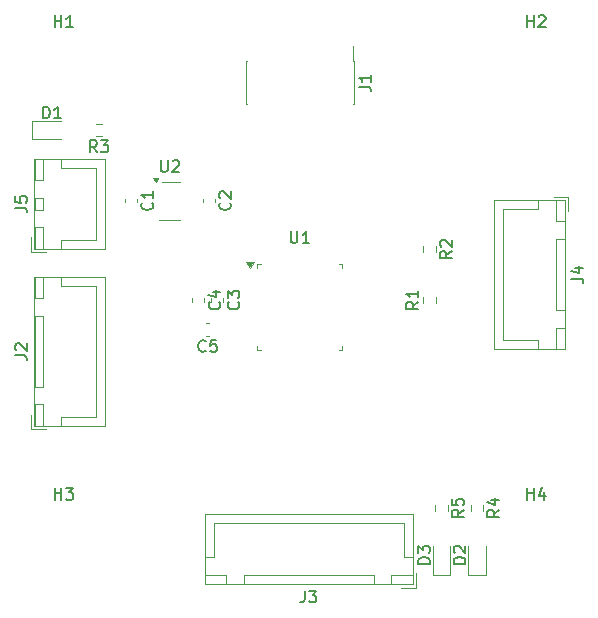
<source format=gbr>
%TF.GenerationSoftware,KiCad,Pcbnew,9.0.7*%
%TF.CreationDate,2026-02-11T09:42:12+01:00*%
%TF.ProjectId,3DN_td_kicad,33444e5f-7464-45f6-9b69-6361642e6b69,1.0*%
%TF.SameCoordinates,Original*%
%TF.FileFunction,Legend,Top*%
%TF.FilePolarity,Positive*%
%FSLAX46Y46*%
G04 Gerber Fmt 4.6, Leading zero omitted, Abs format (unit mm)*
G04 Created by KiCad (PCBNEW 9.0.7) date 2026-02-11 09:42:12*
%MOMM*%
%LPD*%
G01*
G04 APERTURE LIST*
%ADD10C,0.150000*%
%ADD11C,0.120000*%
G04 APERTURE END LIST*
D10*
X108238095Y-107554819D02*
X108238095Y-108364342D01*
X108238095Y-108364342D02*
X108285714Y-108459580D01*
X108285714Y-108459580D02*
X108333333Y-108507200D01*
X108333333Y-108507200D02*
X108428571Y-108554819D01*
X108428571Y-108554819D02*
X108619047Y-108554819D01*
X108619047Y-108554819D02*
X108714285Y-108507200D01*
X108714285Y-108507200D02*
X108761904Y-108459580D01*
X108761904Y-108459580D02*
X108809523Y-108364342D01*
X108809523Y-108364342D02*
X108809523Y-107554819D01*
X109238095Y-107650057D02*
X109285714Y-107602438D01*
X109285714Y-107602438D02*
X109380952Y-107554819D01*
X109380952Y-107554819D02*
X109619047Y-107554819D01*
X109619047Y-107554819D02*
X109714285Y-107602438D01*
X109714285Y-107602438D02*
X109761904Y-107650057D01*
X109761904Y-107650057D02*
X109809523Y-107745295D01*
X109809523Y-107745295D02*
X109809523Y-107840533D01*
X109809523Y-107840533D02*
X109761904Y-107983390D01*
X109761904Y-107983390D02*
X109190476Y-108554819D01*
X109190476Y-108554819D02*
X109809523Y-108554819D01*
X119238095Y-113574819D02*
X119238095Y-114384342D01*
X119238095Y-114384342D02*
X119285714Y-114479580D01*
X119285714Y-114479580D02*
X119333333Y-114527200D01*
X119333333Y-114527200D02*
X119428571Y-114574819D01*
X119428571Y-114574819D02*
X119619047Y-114574819D01*
X119619047Y-114574819D02*
X119714285Y-114527200D01*
X119714285Y-114527200D02*
X119761904Y-114479580D01*
X119761904Y-114479580D02*
X119809523Y-114384342D01*
X119809523Y-114384342D02*
X119809523Y-113574819D01*
X120809523Y-114574819D02*
X120238095Y-114574819D01*
X120523809Y-114574819D02*
X120523809Y-113574819D01*
X120523809Y-113574819D02*
X120428571Y-113717676D01*
X120428571Y-113717676D02*
X120333333Y-113812914D01*
X120333333Y-113812914D02*
X120238095Y-113860533D01*
X133884819Y-137166666D02*
X133408628Y-137499999D01*
X133884819Y-137738094D02*
X132884819Y-137738094D01*
X132884819Y-137738094D02*
X132884819Y-137357142D01*
X132884819Y-137357142D02*
X132932438Y-137261904D01*
X132932438Y-137261904D02*
X132980057Y-137214285D01*
X132980057Y-137214285D02*
X133075295Y-137166666D01*
X133075295Y-137166666D02*
X133218152Y-137166666D01*
X133218152Y-137166666D02*
X133313390Y-137214285D01*
X133313390Y-137214285D02*
X133361009Y-137261904D01*
X133361009Y-137261904D02*
X133408628Y-137357142D01*
X133408628Y-137357142D02*
X133408628Y-137738094D01*
X132884819Y-136261904D02*
X132884819Y-136738094D01*
X132884819Y-136738094D02*
X133361009Y-136785713D01*
X133361009Y-136785713D02*
X133313390Y-136738094D01*
X133313390Y-136738094D02*
X133265771Y-136642856D01*
X133265771Y-136642856D02*
X133265771Y-136404761D01*
X133265771Y-136404761D02*
X133313390Y-136309523D01*
X133313390Y-136309523D02*
X133361009Y-136261904D01*
X133361009Y-136261904D02*
X133456247Y-136214285D01*
X133456247Y-136214285D02*
X133694342Y-136214285D01*
X133694342Y-136214285D02*
X133789580Y-136261904D01*
X133789580Y-136261904D02*
X133837200Y-136309523D01*
X133837200Y-136309523D02*
X133884819Y-136404761D01*
X133884819Y-136404761D02*
X133884819Y-136642856D01*
X133884819Y-136642856D02*
X133837200Y-136738094D01*
X133837200Y-136738094D02*
X133789580Y-136785713D01*
X136884819Y-137166666D02*
X136408628Y-137499999D01*
X136884819Y-137738094D02*
X135884819Y-137738094D01*
X135884819Y-137738094D02*
X135884819Y-137357142D01*
X135884819Y-137357142D02*
X135932438Y-137261904D01*
X135932438Y-137261904D02*
X135980057Y-137214285D01*
X135980057Y-137214285D02*
X136075295Y-137166666D01*
X136075295Y-137166666D02*
X136218152Y-137166666D01*
X136218152Y-137166666D02*
X136313390Y-137214285D01*
X136313390Y-137214285D02*
X136361009Y-137261904D01*
X136361009Y-137261904D02*
X136408628Y-137357142D01*
X136408628Y-137357142D02*
X136408628Y-137738094D01*
X136218152Y-136309523D02*
X136884819Y-136309523D01*
X135837200Y-136547618D02*
X136551485Y-136785713D01*
X136551485Y-136785713D02*
X136551485Y-136166666D01*
X102833333Y-106884819D02*
X102500000Y-106408628D01*
X102261905Y-106884819D02*
X102261905Y-105884819D01*
X102261905Y-105884819D02*
X102642857Y-105884819D01*
X102642857Y-105884819D02*
X102738095Y-105932438D01*
X102738095Y-105932438D02*
X102785714Y-105980057D01*
X102785714Y-105980057D02*
X102833333Y-106075295D01*
X102833333Y-106075295D02*
X102833333Y-106218152D01*
X102833333Y-106218152D02*
X102785714Y-106313390D01*
X102785714Y-106313390D02*
X102738095Y-106361009D01*
X102738095Y-106361009D02*
X102642857Y-106408628D01*
X102642857Y-106408628D02*
X102261905Y-106408628D01*
X103166667Y-105884819D02*
X103785714Y-105884819D01*
X103785714Y-105884819D02*
X103452381Y-106265771D01*
X103452381Y-106265771D02*
X103595238Y-106265771D01*
X103595238Y-106265771D02*
X103690476Y-106313390D01*
X103690476Y-106313390D02*
X103738095Y-106361009D01*
X103738095Y-106361009D02*
X103785714Y-106456247D01*
X103785714Y-106456247D02*
X103785714Y-106694342D01*
X103785714Y-106694342D02*
X103738095Y-106789580D01*
X103738095Y-106789580D02*
X103690476Y-106837200D01*
X103690476Y-106837200D02*
X103595238Y-106884819D01*
X103595238Y-106884819D02*
X103309524Y-106884819D01*
X103309524Y-106884819D02*
X103214286Y-106837200D01*
X103214286Y-106837200D02*
X103166667Y-106789580D01*
X132884819Y-115266666D02*
X132408628Y-115599999D01*
X132884819Y-115838094D02*
X131884819Y-115838094D01*
X131884819Y-115838094D02*
X131884819Y-115457142D01*
X131884819Y-115457142D02*
X131932438Y-115361904D01*
X131932438Y-115361904D02*
X131980057Y-115314285D01*
X131980057Y-115314285D02*
X132075295Y-115266666D01*
X132075295Y-115266666D02*
X132218152Y-115266666D01*
X132218152Y-115266666D02*
X132313390Y-115314285D01*
X132313390Y-115314285D02*
X132361009Y-115361904D01*
X132361009Y-115361904D02*
X132408628Y-115457142D01*
X132408628Y-115457142D02*
X132408628Y-115838094D01*
X131980057Y-114885713D02*
X131932438Y-114838094D01*
X131932438Y-114838094D02*
X131884819Y-114742856D01*
X131884819Y-114742856D02*
X131884819Y-114504761D01*
X131884819Y-114504761D02*
X131932438Y-114409523D01*
X131932438Y-114409523D02*
X131980057Y-114361904D01*
X131980057Y-114361904D02*
X132075295Y-114314285D01*
X132075295Y-114314285D02*
X132170533Y-114314285D01*
X132170533Y-114314285D02*
X132313390Y-114361904D01*
X132313390Y-114361904D02*
X132884819Y-114933332D01*
X132884819Y-114933332D02*
X132884819Y-114314285D01*
X130024819Y-119566666D02*
X129548628Y-119899999D01*
X130024819Y-120138094D02*
X129024819Y-120138094D01*
X129024819Y-120138094D02*
X129024819Y-119757142D01*
X129024819Y-119757142D02*
X129072438Y-119661904D01*
X129072438Y-119661904D02*
X129120057Y-119614285D01*
X129120057Y-119614285D02*
X129215295Y-119566666D01*
X129215295Y-119566666D02*
X129358152Y-119566666D01*
X129358152Y-119566666D02*
X129453390Y-119614285D01*
X129453390Y-119614285D02*
X129501009Y-119661904D01*
X129501009Y-119661904D02*
X129548628Y-119757142D01*
X129548628Y-119757142D02*
X129548628Y-120138094D01*
X130024819Y-118614285D02*
X130024819Y-119185713D01*
X130024819Y-118899999D02*
X129024819Y-118899999D01*
X129024819Y-118899999D02*
X129167676Y-118995237D01*
X129167676Y-118995237D02*
X129262914Y-119090475D01*
X129262914Y-119090475D02*
X129310533Y-119185713D01*
X95904819Y-111583333D02*
X96619104Y-111583333D01*
X96619104Y-111583333D02*
X96761961Y-111630952D01*
X96761961Y-111630952D02*
X96857200Y-111726190D01*
X96857200Y-111726190D02*
X96904819Y-111869047D01*
X96904819Y-111869047D02*
X96904819Y-111964285D01*
X95904819Y-110630952D02*
X95904819Y-111107142D01*
X95904819Y-111107142D02*
X96381009Y-111154761D01*
X96381009Y-111154761D02*
X96333390Y-111107142D01*
X96333390Y-111107142D02*
X96285771Y-111011904D01*
X96285771Y-111011904D02*
X96285771Y-110773809D01*
X96285771Y-110773809D02*
X96333390Y-110678571D01*
X96333390Y-110678571D02*
X96381009Y-110630952D01*
X96381009Y-110630952D02*
X96476247Y-110583333D01*
X96476247Y-110583333D02*
X96714342Y-110583333D01*
X96714342Y-110583333D02*
X96809580Y-110630952D01*
X96809580Y-110630952D02*
X96857200Y-110678571D01*
X96857200Y-110678571D02*
X96904819Y-110773809D01*
X96904819Y-110773809D02*
X96904819Y-111011904D01*
X96904819Y-111011904D02*
X96857200Y-111107142D01*
X96857200Y-111107142D02*
X96809580Y-111154761D01*
X143004819Y-117583333D02*
X143719104Y-117583333D01*
X143719104Y-117583333D02*
X143861961Y-117630952D01*
X143861961Y-117630952D02*
X143957200Y-117726190D01*
X143957200Y-117726190D02*
X144004819Y-117869047D01*
X144004819Y-117869047D02*
X144004819Y-117964285D01*
X143338152Y-116678571D02*
X144004819Y-116678571D01*
X142957200Y-116916666D02*
X143671485Y-117154761D01*
X143671485Y-117154761D02*
X143671485Y-116535714D01*
X120416666Y-144004819D02*
X120416666Y-144719104D01*
X120416666Y-144719104D02*
X120369047Y-144861961D01*
X120369047Y-144861961D02*
X120273809Y-144957200D01*
X120273809Y-144957200D02*
X120130952Y-145004819D01*
X120130952Y-145004819D02*
X120035714Y-145004819D01*
X120797619Y-144004819D02*
X121416666Y-144004819D01*
X121416666Y-144004819D02*
X121083333Y-144385771D01*
X121083333Y-144385771D02*
X121226190Y-144385771D01*
X121226190Y-144385771D02*
X121321428Y-144433390D01*
X121321428Y-144433390D02*
X121369047Y-144481009D01*
X121369047Y-144481009D02*
X121416666Y-144576247D01*
X121416666Y-144576247D02*
X121416666Y-144814342D01*
X121416666Y-144814342D02*
X121369047Y-144909580D01*
X121369047Y-144909580D02*
X121321428Y-144957200D01*
X121321428Y-144957200D02*
X121226190Y-145004819D01*
X121226190Y-145004819D02*
X120940476Y-145004819D01*
X120940476Y-145004819D02*
X120845238Y-144957200D01*
X120845238Y-144957200D02*
X120797619Y-144909580D01*
X95904819Y-124083333D02*
X96619104Y-124083333D01*
X96619104Y-124083333D02*
X96761961Y-124130952D01*
X96761961Y-124130952D02*
X96857200Y-124226190D01*
X96857200Y-124226190D02*
X96904819Y-124369047D01*
X96904819Y-124369047D02*
X96904819Y-124464285D01*
X96000057Y-123654761D02*
X95952438Y-123607142D01*
X95952438Y-123607142D02*
X95904819Y-123511904D01*
X95904819Y-123511904D02*
X95904819Y-123273809D01*
X95904819Y-123273809D02*
X95952438Y-123178571D01*
X95952438Y-123178571D02*
X96000057Y-123130952D01*
X96000057Y-123130952D02*
X96095295Y-123083333D01*
X96095295Y-123083333D02*
X96190533Y-123083333D01*
X96190533Y-123083333D02*
X96333390Y-123130952D01*
X96333390Y-123130952D02*
X96904819Y-123702380D01*
X96904819Y-123702380D02*
X96904819Y-123083333D01*
X125009819Y-101333333D02*
X125724104Y-101333333D01*
X125724104Y-101333333D02*
X125866961Y-101380952D01*
X125866961Y-101380952D02*
X125962200Y-101476190D01*
X125962200Y-101476190D02*
X126009819Y-101619047D01*
X126009819Y-101619047D02*
X126009819Y-101714285D01*
X126009819Y-100333333D02*
X126009819Y-100904761D01*
X126009819Y-100619047D02*
X125009819Y-100619047D01*
X125009819Y-100619047D02*
X125152676Y-100714285D01*
X125152676Y-100714285D02*
X125247914Y-100809523D01*
X125247914Y-100809523D02*
X125295533Y-100904761D01*
X139238095Y-136304819D02*
X139238095Y-135304819D01*
X139238095Y-135781009D02*
X139809523Y-135781009D01*
X139809523Y-136304819D02*
X139809523Y-135304819D01*
X140714285Y-135638152D02*
X140714285Y-136304819D01*
X140476190Y-135257200D02*
X140238095Y-135971485D01*
X140238095Y-135971485D02*
X140857142Y-135971485D01*
X99238095Y-136304819D02*
X99238095Y-135304819D01*
X99238095Y-135781009D02*
X99809523Y-135781009D01*
X99809523Y-136304819D02*
X99809523Y-135304819D01*
X100190476Y-135304819D02*
X100809523Y-135304819D01*
X100809523Y-135304819D02*
X100476190Y-135685771D01*
X100476190Y-135685771D02*
X100619047Y-135685771D01*
X100619047Y-135685771D02*
X100714285Y-135733390D01*
X100714285Y-135733390D02*
X100761904Y-135781009D01*
X100761904Y-135781009D02*
X100809523Y-135876247D01*
X100809523Y-135876247D02*
X100809523Y-136114342D01*
X100809523Y-136114342D02*
X100761904Y-136209580D01*
X100761904Y-136209580D02*
X100714285Y-136257200D01*
X100714285Y-136257200D02*
X100619047Y-136304819D01*
X100619047Y-136304819D02*
X100333333Y-136304819D01*
X100333333Y-136304819D02*
X100238095Y-136257200D01*
X100238095Y-136257200D02*
X100190476Y-136209580D01*
X139238095Y-96304819D02*
X139238095Y-95304819D01*
X139238095Y-95781009D02*
X139809523Y-95781009D01*
X139809523Y-96304819D02*
X139809523Y-95304819D01*
X140238095Y-95400057D02*
X140285714Y-95352438D01*
X140285714Y-95352438D02*
X140380952Y-95304819D01*
X140380952Y-95304819D02*
X140619047Y-95304819D01*
X140619047Y-95304819D02*
X140714285Y-95352438D01*
X140714285Y-95352438D02*
X140761904Y-95400057D01*
X140761904Y-95400057D02*
X140809523Y-95495295D01*
X140809523Y-95495295D02*
X140809523Y-95590533D01*
X140809523Y-95590533D02*
X140761904Y-95733390D01*
X140761904Y-95733390D02*
X140190476Y-96304819D01*
X140190476Y-96304819D02*
X140809523Y-96304819D01*
X99238095Y-96304819D02*
X99238095Y-95304819D01*
X99238095Y-95781009D02*
X99809523Y-95781009D01*
X99809523Y-96304819D02*
X99809523Y-95304819D01*
X100809523Y-96304819D02*
X100238095Y-96304819D01*
X100523809Y-96304819D02*
X100523809Y-95304819D01*
X100523809Y-95304819D02*
X100428571Y-95447676D01*
X100428571Y-95447676D02*
X100333333Y-95542914D01*
X100333333Y-95542914D02*
X100238095Y-95590533D01*
X131024819Y-141738094D02*
X130024819Y-141738094D01*
X130024819Y-141738094D02*
X130024819Y-141499999D01*
X130024819Y-141499999D02*
X130072438Y-141357142D01*
X130072438Y-141357142D02*
X130167676Y-141261904D01*
X130167676Y-141261904D02*
X130262914Y-141214285D01*
X130262914Y-141214285D02*
X130453390Y-141166666D01*
X130453390Y-141166666D02*
X130596247Y-141166666D01*
X130596247Y-141166666D02*
X130786723Y-141214285D01*
X130786723Y-141214285D02*
X130881961Y-141261904D01*
X130881961Y-141261904D02*
X130977200Y-141357142D01*
X130977200Y-141357142D02*
X131024819Y-141499999D01*
X131024819Y-141499999D02*
X131024819Y-141738094D01*
X130024819Y-140833332D02*
X130024819Y-140214285D01*
X130024819Y-140214285D02*
X130405771Y-140547618D01*
X130405771Y-140547618D02*
X130405771Y-140404761D01*
X130405771Y-140404761D02*
X130453390Y-140309523D01*
X130453390Y-140309523D02*
X130501009Y-140261904D01*
X130501009Y-140261904D02*
X130596247Y-140214285D01*
X130596247Y-140214285D02*
X130834342Y-140214285D01*
X130834342Y-140214285D02*
X130929580Y-140261904D01*
X130929580Y-140261904D02*
X130977200Y-140309523D01*
X130977200Y-140309523D02*
X131024819Y-140404761D01*
X131024819Y-140404761D02*
X131024819Y-140690475D01*
X131024819Y-140690475D02*
X130977200Y-140785713D01*
X130977200Y-140785713D02*
X130929580Y-140833332D01*
X134024819Y-141738094D02*
X133024819Y-141738094D01*
X133024819Y-141738094D02*
X133024819Y-141499999D01*
X133024819Y-141499999D02*
X133072438Y-141357142D01*
X133072438Y-141357142D02*
X133167676Y-141261904D01*
X133167676Y-141261904D02*
X133262914Y-141214285D01*
X133262914Y-141214285D02*
X133453390Y-141166666D01*
X133453390Y-141166666D02*
X133596247Y-141166666D01*
X133596247Y-141166666D02*
X133786723Y-141214285D01*
X133786723Y-141214285D02*
X133881961Y-141261904D01*
X133881961Y-141261904D02*
X133977200Y-141357142D01*
X133977200Y-141357142D02*
X134024819Y-141499999D01*
X134024819Y-141499999D02*
X134024819Y-141738094D01*
X133120057Y-140785713D02*
X133072438Y-140738094D01*
X133072438Y-140738094D02*
X133024819Y-140642856D01*
X133024819Y-140642856D02*
X133024819Y-140404761D01*
X133024819Y-140404761D02*
X133072438Y-140309523D01*
X133072438Y-140309523D02*
X133120057Y-140261904D01*
X133120057Y-140261904D02*
X133215295Y-140214285D01*
X133215295Y-140214285D02*
X133310533Y-140214285D01*
X133310533Y-140214285D02*
X133453390Y-140261904D01*
X133453390Y-140261904D02*
X134024819Y-140833332D01*
X134024819Y-140833332D02*
X134024819Y-140214285D01*
X98261905Y-104024819D02*
X98261905Y-103024819D01*
X98261905Y-103024819D02*
X98500000Y-103024819D01*
X98500000Y-103024819D02*
X98642857Y-103072438D01*
X98642857Y-103072438D02*
X98738095Y-103167676D01*
X98738095Y-103167676D02*
X98785714Y-103262914D01*
X98785714Y-103262914D02*
X98833333Y-103453390D01*
X98833333Y-103453390D02*
X98833333Y-103596247D01*
X98833333Y-103596247D02*
X98785714Y-103786723D01*
X98785714Y-103786723D02*
X98738095Y-103881961D01*
X98738095Y-103881961D02*
X98642857Y-103977200D01*
X98642857Y-103977200D02*
X98500000Y-104024819D01*
X98500000Y-104024819D02*
X98261905Y-104024819D01*
X99785714Y-104024819D02*
X99214286Y-104024819D01*
X99500000Y-104024819D02*
X99500000Y-103024819D01*
X99500000Y-103024819D02*
X99404762Y-103167676D01*
X99404762Y-103167676D02*
X99309524Y-103262914D01*
X99309524Y-103262914D02*
X99214286Y-103310533D01*
X112033333Y-123689580D02*
X111985714Y-123737200D01*
X111985714Y-123737200D02*
X111842857Y-123784819D01*
X111842857Y-123784819D02*
X111747619Y-123784819D01*
X111747619Y-123784819D02*
X111604762Y-123737200D01*
X111604762Y-123737200D02*
X111509524Y-123641961D01*
X111509524Y-123641961D02*
X111461905Y-123546723D01*
X111461905Y-123546723D02*
X111414286Y-123356247D01*
X111414286Y-123356247D02*
X111414286Y-123213390D01*
X111414286Y-123213390D02*
X111461905Y-123022914D01*
X111461905Y-123022914D02*
X111509524Y-122927676D01*
X111509524Y-122927676D02*
X111604762Y-122832438D01*
X111604762Y-122832438D02*
X111747619Y-122784819D01*
X111747619Y-122784819D02*
X111842857Y-122784819D01*
X111842857Y-122784819D02*
X111985714Y-122832438D01*
X111985714Y-122832438D02*
X112033333Y-122880057D01*
X112938095Y-122784819D02*
X112461905Y-122784819D01*
X112461905Y-122784819D02*
X112414286Y-123261009D01*
X112414286Y-123261009D02*
X112461905Y-123213390D01*
X112461905Y-123213390D02*
X112557143Y-123165771D01*
X112557143Y-123165771D02*
X112795238Y-123165771D01*
X112795238Y-123165771D02*
X112890476Y-123213390D01*
X112890476Y-123213390D02*
X112938095Y-123261009D01*
X112938095Y-123261009D02*
X112985714Y-123356247D01*
X112985714Y-123356247D02*
X112985714Y-123594342D01*
X112985714Y-123594342D02*
X112938095Y-123689580D01*
X112938095Y-123689580D02*
X112890476Y-123737200D01*
X112890476Y-123737200D02*
X112795238Y-123784819D01*
X112795238Y-123784819D02*
X112557143Y-123784819D01*
X112557143Y-123784819D02*
X112461905Y-123737200D01*
X112461905Y-123737200D02*
X112414286Y-123689580D01*
X113189580Y-119566666D02*
X113237200Y-119614285D01*
X113237200Y-119614285D02*
X113284819Y-119757142D01*
X113284819Y-119757142D02*
X113284819Y-119852380D01*
X113284819Y-119852380D02*
X113237200Y-119995237D01*
X113237200Y-119995237D02*
X113141961Y-120090475D01*
X113141961Y-120090475D02*
X113046723Y-120138094D01*
X113046723Y-120138094D02*
X112856247Y-120185713D01*
X112856247Y-120185713D02*
X112713390Y-120185713D01*
X112713390Y-120185713D02*
X112522914Y-120138094D01*
X112522914Y-120138094D02*
X112427676Y-120090475D01*
X112427676Y-120090475D02*
X112332438Y-119995237D01*
X112332438Y-119995237D02*
X112284819Y-119852380D01*
X112284819Y-119852380D02*
X112284819Y-119757142D01*
X112284819Y-119757142D02*
X112332438Y-119614285D01*
X112332438Y-119614285D02*
X112380057Y-119566666D01*
X112618152Y-118709523D02*
X113284819Y-118709523D01*
X112237200Y-118947618D02*
X112951485Y-119185713D01*
X112951485Y-119185713D02*
X112951485Y-118566666D01*
X114789580Y-119566666D02*
X114837200Y-119614285D01*
X114837200Y-119614285D02*
X114884819Y-119757142D01*
X114884819Y-119757142D02*
X114884819Y-119852380D01*
X114884819Y-119852380D02*
X114837200Y-119995237D01*
X114837200Y-119995237D02*
X114741961Y-120090475D01*
X114741961Y-120090475D02*
X114646723Y-120138094D01*
X114646723Y-120138094D02*
X114456247Y-120185713D01*
X114456247Y-120185713D02*
X114313390Y-120185713D01*
X114313390Y-120185713D02*
X114122914Y-120138094D01*
X114122914Y-120138094D02*
X114027676Y-120090475D01*
X114027676Y-120090475D02*
X113932438Y-119995237D01*
X113932438Y-119995237D02*
X113884819Y-119852380D01*
X113884819Y-119852380D02*
X113884819Y-119757142D01*
X113884819Y-119757142D02*
X113932438Y-119614285D01*
X113932438Y-119614285D02*
X113980057Y-119566666D01*
X113884819Y-119233332D02*
X113884819Y-118614285D01*
X113884819Y-118614285D02*
X114265771Y-118947618D01*
X114265771Y-118947618D02*
X114265771Y-118804761D01*
X114265771Y-118804761D02*
X114313390Y-118709523D01*
X114313390Y-118709523D02*
X114361009Y-118661904D01*
X114361009Y-118661904D02*
X114456247Y-118614285D01*
X114456247Y-118614285D02*
X114694342Y-118614285D01*
X114694342Y-118614285D02*
X114789580Y-118661904D01*
X114789580Y-118661904D02*
X114837200Y-118709523D01*
X114837200Y-118709523D02*
X114884819Y-118804761D01*
X114884819Y-118804761D02*
X114884819Y-119090475D01*
X114884819Y-119090475D02*
X114837200Y-119185713D01*
X114837200Y-119185713D02*
X114789580Y-119233332D01*
X114089580Y-111166666D02*
X114137200Y-111214285D01*
X114137200Y-111214285D02*
X114184819Y-111357142D01*
X114184819Y-111357142D02*
X114184819Y-111452380D01*
X114184819Y-111452380D02*
X114137200Y-111595237D01*
X114137200Y-111595237D02*
X114041961Y-111690475D01*
X114041961Y-111690475D02*
X113946723Y-111738094D01*
X113946723Y-111738094D02*
X113756247Y-111785713D01*
X113756247Y-111785713D02*
X113613390Y-111785713D01*
X113613390Y-111785713D02*
X113422914Y-111738094D01*
X113422914Y-111738094D02*
X113327676Y-111690475D01*
X113327676Y-111690475D02*
X113232438Y-111595237D01*
X113232438Y-111595237D02*
X113184819Y-111452380D01*
X113184819Y-111452380D02*
X113184819Y-111357142D01*
X113184819Y-111357142D02*
X113232438Y-111214285D01*
X113232438Y-111214285D02*
X113280057Y-111166666D01*
X113280057Y-110785713D02*
X113232438Y-110738094D01*
X113232438Y-110738094D02*
X113184819Y-110642856D01*
X113184819Y-110642856D02*
X113184819Y-110404761D01*
X113184819Y-110404761D02*
X113232438Y-110309523D01*
X113232438Y-110309523D02*
X113280057Y-110261904D01*
X113280057Y-110261904D02*
X113375295Y-110214285D01*
X113375295Y-110214285D02*
X113470533Y-110214285D01*
X113470533Y-110214285D02*
X113613390Y-110261904D01*
X113613390Y-110261904D02*
X114184819Y-110833332D01*
X114184819Y-110833332D02*
X114184819Y-110214285D01*
X107489580Y-111166666D02*
X107537200Y-111214285D01*
X107537200Y-111214285D02*
X107584819Y-111357142D01*
X107584819Y-111357142D02*
X107584819Y-111452380D01*
X107584819Y-111452380D02*
X107537200Y-111595237D01*
X107537200Y-111595237D02*
X107441961Y-111690475D01*
X107441961Y-111690475D02*
X107346723Y-111738094D01*
X107346723Y-111738094D02*
X107156247Y-111785713D01*
X107156247Y-111785713D02*
X107013390Y-111785713D01*
X107013390Y-111785713D02*
X106822914Y-111738094D01*
X106822914Y-111738094D02*
X106727676Y-111690475D01*
X106727676Y-111690475D02*
X106632438Y-111595237D01*
X106632438Y-111595237D02*
X106584819Y-111452380D01*
X106584819Y-111452380D02*
X106584819Y-111357142D01*
X106584819Y-111357142D02*
X106632438Y-111214285D01*
X106632438Y-111214285D02*
X106680057Y-111166666D01*
X107584819Y-110214285D02*
X107584819Y-110785713D01*
X107584819Y-110499999D02*
X106584819Y-110499999D01*
X106584819Y-110499999D02*
X106727676Y-110595237D01*
X106727676Y-110595237D02*
X106822914Y-110690475D01*
X106822914Y-110690475D02*
X106870533Y-110785713D01*
D11*
%TO.C,U2*%
X108100000Y-112610000D02*
X109900000Y-112610000D01*
X109100000Y-109390000D02*
X108300000Y-109390000D01*
X109100000Y-109390000D02*
X109900000Y-109390000D01*
X107800000Y-109440000D02*
X107560000Y-109110000D01*
X108040000Y-109110000D01*
X107800000Y-109440000D01*
G36*
X107800000Y-109440000D02*
G01*
X107560000Y-109110000D01*
X108040000Y-109110000D01*
X107800000Y-109440000D01*
G37*
%TO.C,U1*%
X116390000Y-116390000D02*
X116690000Y-116390000D01*
X116390000Y-116690000D02*
X116390000Y-116390000D01*
X116390000Y-123610000D02*
X116390000Y-123310000D01*
X116690000Y-123610000D02*
X116390000Y-123610000D01*
X123310000Y-116390000D02*
X123610000Y-116390000D01*
X123610000Y-116390000D02*
X123610000Y-116690000D01*
X123610000Y-123310000D02*
X123610000Y-123610000D01*
X123610000Y-123610000D02*
X123310000Y-123610000D01*
X115750000Y-116680000D02*
X115410000Y-116210000D01*
X116090000Y-116210000D01*
X115750000Y-116680000D01*
G36*
X115750000Y-116680000D02*
G01*
X115410000Y-116210000D01*
X116090000Y-116210000D01*
X115750000Y-116680000D01*
G37*
%TO.C,R5*%
X132522500Y-136745276D02*
X132522500Y-137254724D01*
X131477500Y-136745276D02*
X131477500Y-137254724D01*
%TO.C,R4*%
X135522500Y-136745276D02*
X135522500Y-137254724D01*
X134477500Y-136745276D02*
X134477500Y-137254724D01*
%TO.C,R3*%
X103254724Y-105522500D02*
X102745276Y-105522500D01*
X103254724Y-104477500D02*
X102745276Y-104477500D01*
%TO.C,R2*%
X131522500Y-114845276D02*
X131522500Y-115354724D01*
X130477500Y-114845276D02*
X130477500Y-115354724D01*
%TO.C,R1*%
X130477500Y-119654724D02*
X130477500Y-119145276D01*
X131522500Y-119654724D02*
X131522500Y-119145276D01*
%TO.C,J5*%
X97250000Y-115350000D02*
X98500000Y-115350000D01*
X99800000Y-115050000D02*
X99800000Y-114300000D01*
X99800000Y-114300000D02*
X102750000Y-114300000D01*
X102750000Y-114300000D02*
X102750000Y-111250000D01*
X97250000Y-114100000D02*
X97250000Y-115350000D01*
X99800000Y-108200000D02*
X102750000Y-108200000D01*
X102750000Y-108200000D02*
X102750000Y-111250000D01*
X99800000Y-107450000D02*
X99800000Y-108200000D01*
X97540000Y-115060000D02*
X103510000Y-115060000D01*
X103510000Y-107440000D01*
X97540000Y-107440000D01*
X97540000Y-115060000D01*
X97550000Y-115050000D02*
X98300000Y-115050000D01*
X98300000Y-113250000D01*
X97550000Y-113250000D01*
X97550000Y-115050000D01*
X97550000Y-111750000D02*
X98300000Y-111750000D01*
X98300000Y-110750000D01*
X97550000Y-110750000D01*
X97550000Y-111750000D01*
X97550000Y-109250000D02*
X98300000Y-109250000D01*
X98300000Y-107450000D01*
X97550000Y-107450000D01*
X97550000Y-109250000D01*
%TO.C,J4*%
X142750000Y-110650000D02*
X141500000Y-110650000D01*
X140200000Y-110950000D02*
X140200000Y-111700000D01*
X140200000Y-111700000D02*
X137250000Y-111700000D01*
X137250000Y-111700000D02*
X137250000Y-117250000D01*
X142750000Y-111900000D02*
X142750000Y-110650000D01*
X140200000Y-122800000D02*
X137250000Y-122800000D01*
X137250000Y-122800000D02*
X137250000Y-117250000D01*
X140200000Y-123550000D02*
X140200000Y-122800000D01*
X142460000Y-110940000D02*
X136490000Y-110940000D01*
X136490000Y-123560000D01*
X142460000Y-123560000D01*
X142460000Y-110940000D01*
X142450000Y-110950000D02*
X141700000Y-110950000D01*
X141700000Y-112750000D01*
X142450000Y-112750000D01*
X142450000Y-110950000D01*
X142450000Y-114250000D02*
X141700000Y-114250000D01*
X141700000Y-120250000D01*
X142450000Y-120250000D01*
X142450000Y-114250000D01*
X142450000Y-121750000D02*
X141700000Y-121750000D01*
X141700000Y-123550000D01*
X142450000Y-123550000D01*
X142450000Y-121750000D01*
%TO.C,J3*%
X129850000Y-143750000D02*
X129850000Y-142500000D01*
X129550000Y-141200000D02*
X128800000Y-141200000D01*
X128800000Y-141200000D02*
X128800000Y-138250000D01*
X128800000Y-138250000D02*
X120750000Y-138250000D01*
X128600000Y-143750000D02*
X129850000Y-143750000D01*
X112700000Y-141200000D02*
X112700000Y-138250000D01*
X112700000Y-138250000D02*
X120750000Y-138250000D01*
X111950000Y-141200000D02*
X112700000Y-141200000D01*
X129560000Y-143460000D02*
X111940000Y-143460000D01*
X111940000Y-137490000D01*
X129560000Y-137490000D01*
X129560000Y-143460000D01*
X129550000Y-143450000D02*
X127750000Y-143450000D01*
X127750000Y-142700000D01*
X129550000Y-142700000D01*
X129550000Y-143450000D01*
X126250000Y-143450000D02*
X115250000Y-143450000D01*
X115250000Y-142700000D01*
X126250000Y-142700000D01*
X126250000Y-143450000D01*
X113750000Y-143450000D02*
X111950000Y-143450000D01*
X111950000Y-142700000D01*
X113750000Y-142700000D01*
X113750000Y-143450000D01*
%TO.C,J2*%
X97250000Y-130350000D02*
X98500000Y-130350000D01*
X99800000Y-130050000D02*
X99800000Y-129300000D01*
X99800000Y-129300000D02*
X102750000Y-129300000D01*
X102750000Y-129300000D02*
X102750000Y-123750000D01*
X97250000Y-129100000D02*
X97250000Y-130350000D01*
X99800000Y-118200000D02*
X102750000Y-118200000D01*
X102750000Y-118200000D02*
X102750000Y-123750000D01*
X99800000Y-117450000D02*
X99800000Y-118200000D01*
X97540000Y-130060000D02*
X103510000Y-130060000D01*
X103510000Y-117440000D01*
X97540000Y-117440000D01*
X97540000Y-130060000D01*
X97550000Y-130050000D02*
X98300000Y-130050000D01*
X98300000Y-128250000D01*
X97550000Y-128250000D01*
X97550000Y-130050000D01*
X97550000Y-126750000D02*
X98300000Y-126750000D01*
X98300000Y-120750000D01*
X97550000Y-120750000D01*
X97550000Y-126750000D01*
X97550000Y-119250000D02*
X98300000Y-119250000D01*
X98300000Y-117450000D01*
X97550000Y-117450000D01*
X97550000Y-119250000D01*
%TO.C,J1*%
X124490000Y-97910000D02*
X124490000Y-99185000D01*
X124555000Y-99185000D02*
X124490000Y-99185000D01*
X124555000Y-99185000D02*
X124555000Y-102815000D01*
X115510000Y-99185000D02*
X115445000Y-99185000D01*
X115445000Y-99185000D02*
X115445000Y-102815000D01*
X124555000Y-102815000D02*
X124490000Y-102815000D01*
X115510000Y-102815000D02*
X115445000Y-102815000D01*
%TO.C,D3*%
X131265000Y-142660000D02*
X132735000Y-142660000D01*
X132735000Y-142660000D02*
X132735000Y-140200000D01*
X131265000Y-140200000D02*
X131265000Y-142660000D01*
%TO.C,D2*%
X134265000Y-142660000D02*
X135735000Y-142660000D01*
X135735000Y-142660000D02*
X135735000Y-140200000D01*
X134265000Y-140200000D02*
X134265000Y-142660000D01*
%TO.C,D1*%
X97340000Y-104265000D02*
X97340000Y-105735000D01*
X97340000Y-105735000D02*
X99800000Y-105735000D01*
X99800000Y-104265000D02*
X97340000Y-104265000D01*
%TO.C,C5*%
X112346267Y-122410000D02*
X112053733Y-122410000D01*
X112346267Y-121390000D02*
X112053733Y-121390000D01*
%TO.C,C4*%
X111910000Y-119253733D02*
X111910000Y-119546267D01*
X110890000Y-119253733D02*
X110890000Y-119546267D01*
%TO.C,C3*%
X113510000Y-119253733D02*
X113510000Y-119546267D01*
X112490000Y-119253733D02*
X112490000Y-119546267D01*
%TO.C,C2*%
X112810000Y-110853733D02*
X112810000Y-111146267D01*
X111790000Y-110853733D02*
X111790000Y-111146267D01*
%TO.C,C1*%
X106210000Y-110853733D02*
X106210000Y-111146267D01*
X105190000Y-110853733D02*
X105190000Y-111146267D01*
%TD*%
M02*

</source>
